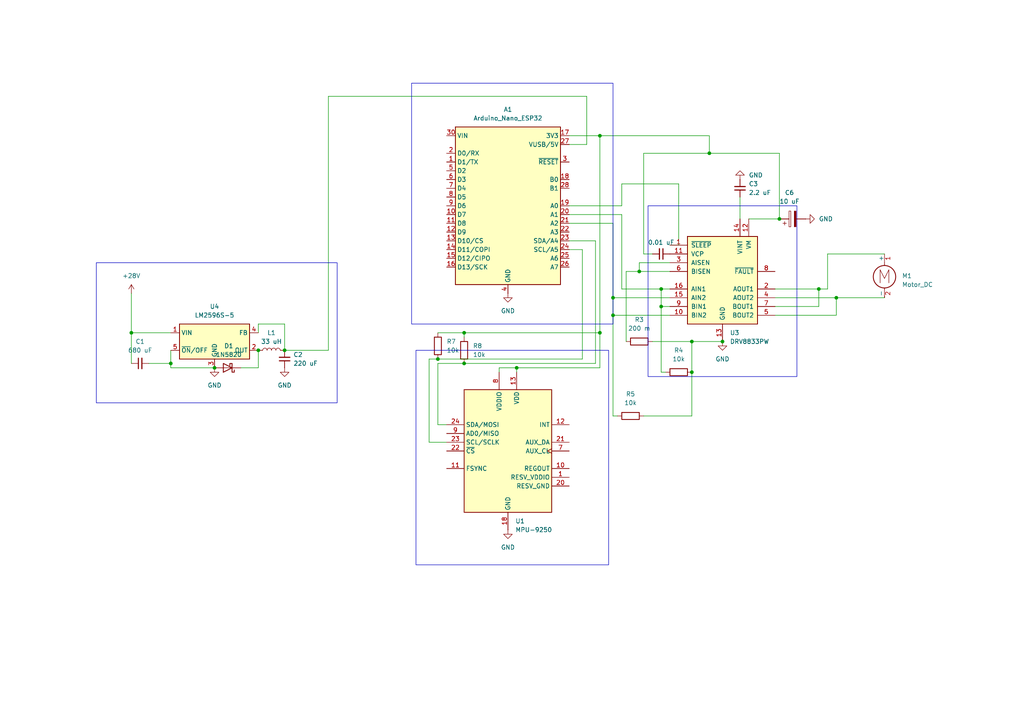
<source format=kicad_sch>
(kicad_sch (version 20250114) (generator "eeschema") (generator_version "9.0")
  (paper "A4")
  (lib_symbols
    (symbol "Device:C_Polarized" (pin_numbers (hide yes)) (pin_names (offset 0.254))
      (property "Reference" "C" (at 0.635 2.54 0))
      (property "Value" "C_Polarized" (at 0.635 -2.54 0))
      (symbol "C_Polarized_0_1"
        (rectangle (start -2.286 0.508) (end 2.286 1.016))
        (polyline (pts (xy -1.778 2.286) (xy -0.762 2.286)))
        (polyline (pts (xy -1.27 2.794) (xy -1.27 1.778)))
        (rectangle (start 2.286 -0.508) (end -2.286 -1.016) (fill (type outline)))
      )
      (symbol "C_Polarized_1_1"
        (pin passive line (at 0 3.81 270) (length 2.794) (name "~") (number "1"))
        (pin passive line (at 0 -3.81 90) (length 2.794) (name "~") (number "2"))
      )
    )
    (symbol "Device:C_Small" (pin_numbers (hide yes)) (pin_names (offset 0.254) (hide yes))
      (property "Reference" "C" (at 0.254 1.778 0))
      (property "Value" "C_Small" (at 0.254 -2.032 0))
      (symbol "C_Small_0_1"
        (polyline (pts (xy -1.524 0.508) (xy 1.524 0.508)) (stroke (width 0.3048)))
        (polyline (pts (xy -1.524 -0.508) (xy 1.524 -0.508)) (stroke (width 0.3302)))
      )
      (symbol "C_Small_1_1"
        (pin passive line (at 0 2.54 270) (length 2.032) (name "~") (number "1"))
        (pin passive line (at 0 -2.54 90) (length 2.032) (name "~") (number "2"))
      )
    )
    (symbol "Device:L" (pin_numbers (hide yes)) (pin_names (offset 1.016) (hide yes))
      (property "Reference" "L" (at -1.27 0 90))
      (property "Value" "L" (at 1.905 0 90))
      (symbol "L_0_1"
        (arc (start 0 2.54) (mid 0.6323 1.905) (end 0 1.27))
        (arc (start 0 1.27) (mid 0.6323 0.635) (end 0 0))
        (arc (start 0 0) (mid 0.6323 -0.635) (end 0 -1.27))
        (arc (start 0 -1.27) (mid 0.6323 -1.905) (end 0 -2.54))
      )
      (symbol "L_1_1"
        (pin passive line (at 0 3.81 270) (length 1.27) (name "1") (number "1"))
        (pin passive line (at 0 -3.81 90) (length 1.27) (name "2") (number "2"))
      )
    )
    (symbol "Device:R" (pin_numbers (hide yes)) (pin_names (offset 0))
      (property "Reference" "R" (at 2.032 0 90))
      (property "Value" "R" (at 0 0 90))
      (symbol "R_0_1"
        (rectangle (start -1.016 -2.54) (end 1.016 2.54) (stroke (width 0.254)))
      )
      (symbol "R_1_1"
        (pin passive line (at 0 3.81 270) (length 1.27) (name "~") (number "1"))
        (pin passive line (at 0 -3.81 90) (length 1.27) (name "~") (number "2"))
      )
    )
    (symbol "Diode:1N5820" (pin_numbers (hide yes)) (pin_names (offset 1.016) (hide yes))
      (property "Reference" "D" (at 0 2.54 0))
      (property "Value" "1N5820" (at 0 -2.54 0))
      (symbol "1N5820_0_1"
        (polyline (pts (xy -1.905 0.635) (xy -1.905 1.27) (xy -1.27 1.27) (xy -1.27 -1.27) (xy -0.635 -1.27) (xy -0.635 -0.635)) (stroke (width 0.254)))
        (polyline (pts (xy 1.27 1.27) (xy 1.27 -1.27) (xy -1.27 0) (xy 1.27 1.27)) (stroke (width 0.254)))
        (polyline (pts (xy 1.27 0) (xy -1.27 0)))
      )
      (symbol "1N5820_1_1"
        (pin passive line (at -3.81 0 0) (length 2.54) (name "K") (number "1"))
        (pin passive line (at 3.81 0 180) (length 2.54) (name "A") (number "2"))
      )
    )
    (symbol "Driver_Motor:DRV8833PW" (pin_names (offset 1.016))
      (property "Reference" "U" (at -3.81 16.51 0))
      (property "Value" "DRV8833PW" (at -3.81 13.97 0))
      (symbol "DRV8833PW_0_1"
        (rectangle (start -10.16 12.7) (end 10.16 -12.7) (stroke (width 0.254)) (fill (type background)))
      )
      (symbol "DRV8833PW_1_1"
        (pin input line (at -15.24 10.16 0) (length 5.08) (name "~{SLEEP}") (number "1"))
        (pin bidirectional line (at -15.24 7.62 0) (length 5.08) (name "VCP") (number "11"))
        (pin bidirectional line (at -15.24 5.08 0) (length 5.08) (name "AISEN") (number "3"))
        (pin bidirectional line (at -15.24 2.54 0) (length 5.08) (name "BISEN") (number "6"))
        (pin input line (at -15.24 -2.54 0) (length 5.08) (name "AIN1") (number "16"))
        (pin input line (at -15.24 -5.08 0) (length 5.08) (name "AIN2") (number "15"))
        (pin input line (at -15.24 -7.62 0) (length 5.08) (name "BIN1") (number "9"))
        (pin input line (at -15.24 -10.16 0) (length 5.08) (name "BIN2") (number "10"))
        (pin power_in line (at 0 -17.78 90) (length 5.08) (name "GND") (number "13"))
        (pin power_in line (at 5.08 17.78 270) (length 5.08) (name "VINT") (number "14"))
        (pin power_in line (at 7.62 17.78 270) (length 5.08) (name "VM") (number "12"))
        (pin open_collector line (at 15.24 2.54 180) (length 5.08) (name "~{FAULT}") (number "8"))
        (pin power_out line (at 15.24 -2.54 180) (length 5.08) (name "AOUT1") (number "2"))
        (pin power_out line (at 15.24 -5.08 180) (length 5.08) (name "AOUT2") (number "4"))
        (pin power_out line (at 15.24 -7.62 180) (length 5.08) (name "BOUT1") (number "7"))
        (pin power_out line (at 15.24 -10.16 180) (length 5.08) (name "BOUT2") (number "5"))
      )
    )
    (symbol "MCU_Module:Arduino_Nano_ESP32"
      (property "Reference" "A" (at -14.986 23.622 0))
      (property "Value" "Arduino_Nano_ESP32" (at 3.81 -25.654 0))
      (symbol "Arduino_Nano_ESP32_0_1"
        (rectangle (start -15.24 22.86) (end 15.24 -22.86) (stroke (width 0.254)) (fill (type background)))
      )
      (symbol "Arduino_Nano_ESP32_1_1"
        (pin power_in line (at -17.78 20.32 0) (length 2.54) (name "VIN") (number "30"))
        (pin bidirectional line (at -17.78 15.24 0) (length 2.54) (name "D0/RX") (number "2"))
        (pin bidirectional line (at -17.78 12.7 0) (length 2.54) (name "D1/TX") (number "1"))
        (pin bidirectional line (at -17.78 10.16 0) (length 2.54) (name "D2") (number "5"))
        (pin bidirectional line (at -17.78 7.62 0) (length 2.54) (name "D3") (number "6"))
        (pin bidirectional line (at -17.78 5.08 0) (length 2.54) (name "D4") (number "7"))
        (pin bidirectional line (at -17.78 2.54 0) (length 2.54) (name "D5") (number "8"))
        (pin bidirectional line (at -17.78 0 0) (length 2.54) (name "D6") (number "9"))
        (pin bidirectional line (at -17.78 -2.54 0) (length 2.54) (name "D7") (number "10"))
        (pin bidirectional line (at -17.78 -5.08 0) (length 2.54) (name "D8") (number "11"))
        (pin bidirectional line (at -17.78 -7.62 0) (length 2.54) (name "D9") (number "12"))
        (pin bidirectional line (at -17.78 -10.16 0) (length 2.54) (name "D10/CS") (number "13"))
        (pin bidirectional line (at -17.78 -12.7 0) (length 2.54) (name "D11/COPI") (number "14"))
        (pin bidirectional line (at -17.78 -15.24 0) (length 2.54) (name "D12/CIPO") (number "15"))
        (pin bidirectional line (at -17.78 -17.78 0) (length 2.54) (name "D13/SCK") (number "16"))
        (pin passive line (at 0 -25.4 90) (length 2.54) (hide yes) (name "GND") (number "29"))
        (pin power_in line (at 0 -25.4 90) (length 2.54) (name "GND") (number "4"))
        (pin power_out line (at 17.78 20.32 180) (length 2.54) (name "3V3") (number "17"))
        (pin power_out line (at 17.78 17.78 180) (length 2.54) (name "VUSB/5V") (number "27"))
        (pin input line (at 17.78 12.7 180) (length 2.54) (name "~{RESET}") (number "3"))
        (pin bidirectional line (at 17.78 7.62 180) (length 2.54) (name "B0") (number "18"))
        (pin bidirectional line (at 17.78 5.08 180) (length 2.54) (name "B1") (number "28"))
        (pin bidirectional line (at 17.78 0 180) (length 2.54) (name "A0") (number "19"))
        (pin bidirectional line (at 17.78 -2.54 180) (length 2.54) (name "A1") (number "20"))
        (pin bidirectional line (at 17.78 -5.08 180) (length 2.54) (name "A2") (number "21"))
        (pin bidirectional line (at 17.78 -7.62 180) (length 2.54) (name "A3") (number "22"))
        (pin bidirectional line (at 17.78 -10.16 180) (length 2.54) (name "SDA/A4") (number "23"))
        (pin bidirectional line (at 17.78 -12.7 180) (length 2.54) (name "SCL/A5") (number "24"))
        (pin bidirectional line (at 17.78 -15.24 180) (length 2.54) (name "A6") (number "25"))
        (pin bidirectional line (at 17.78 -17.78 180) (length 2.54) (name "A7") (number "26"))
      )
    )
    (symbol "Motor:Motor_DC" (pin_names (offset 0))
      (property "Reference" "M" (at 2.54 2.54 0))
      (property "Value" "Motor_DC" (at 2.54 -5.08 0))
      (symbol "Motor_DC_0_0"
        (polyline (pts (xy -1.27 -3.302) (xy -1.27 0.508) (xy 0 -2.032) (xy 1.27 0.508) (xy 1.27 -3.302)))
      )
      (symbol "Motor_DC_0_1"
        (polyline (pts (xy 0 2.032) (xy 0 2.54)))
        (polyline (pts (xy 0 1.7272) (xy 0 2.0828)))
        (circle (center 0 -1.524) (radius 3.2512) (stroke (width 0.254)))
        (polyline (pts (xy 0 -4.7752) (xy 0 -5.1816)))
        (polyline (pts (xy 0 -7.62) (xy 0 -7.112)))
      )
      (symbol "Motor_DC_1_1"
        (pin passive line (at 0 5.08 270) (length 2.54) (name "+") (number "1"))
        (pin passive line (at 0 -7.62 90) (length 2.54) (name "-") (number "2"))
      )
    )
    (symbol "Regulator_Switching:LM2596S-5"
      (property "Reference" "U" (at -10.16 6.35 0))
      (property "Value" "LM2596S-5" (at 0 6.35 0))
      (symbol "LM2596S-5_0_1"
        (rectangle (start -10.16 5.08) (end 10.16 -5.08) (stroke (width 0.254)) (fill (type background)))
      )
      (symbol "LM2596S-5_1_1"
        (pin power_in line (at -12.7 2.54 0) (length 2.54) (name "VIN") (number "1"))
        (pin input line (at -12.7 -2.54 0) (length 2.54) (name "~{ON}/OFF") (number "5"))
        (pin power_in line (at 0 -7.62 90) (length 2.54) (name "GND") (number "3"))
        (pin input line (at 12.7 2.54 180) (length 2.54) (name "FB") (number "4"))
        (pin output line (at 12.7 -2.54 180) (length 2.54) (name "OUT") (number "2"))
      )
    )
    (symbol "Sensor_Motion:MPU-9250"
      (property "Reference" "U" (at -11.43 19.05 0))
      (property "Value" "MPU-9250" (at 7.62 -19.05 0))
      (symbol "MPU-9250_0_1"
        (rectangle (start -12.7 17.78) (end 12.7 -17.78) (stroke (width 0.254)) (fill (type background)))
      )
      (symbol "MPU-9250_1_1"
        (pin bidirectional line (at -17.78 7.62 0) (length 5.08) (name "SDA/MOSI") (number "24"))
        (pin bidirectional line (at -17.78 5.08 0) (length 5.08) (name "AD0/MISO") (number "9"))
        (pin input line (at -17.78 2.54 0) (length 5.08) (name "SCL/SCLK") (number "23"))
        (pin input line (at -17.78 0 0) (length 5.08) (name "~{CS}") (number "22"))
        (pin input line (at -17.78 -5.08 0) (length 5.08) (name "FSYNC") (number "11"))
        (pin power_in line (at -2.54 22.86 270) (length 5.08) (name "VDDIO") (number "8"))
        (pin power_in line (at 0 -22.86 90) (length 5.08) (name "GND") (number "18"))
        (pin power_in line (at 2.54 22.86 270) (length 5.08) (name "VDD") (number "13"))
        (pin output line (at 17.78 7.62 180) (length 5.08) (name "INT") (number "12"))
        (pin bidirectional line (at 17.78 2.54 180) (length 5.08) (name "AUX_DA") (number "21"))
        (pin output clock (at 17.78 0 180) (length 5.08) (name "AUX_CL") (number "7"))
        (pin passive line (at 17.78 -5.08 180) (length 5.08) (name "REGOUT") (number "10"))
        (pin input line (at 17.78 -7.62 180) (length 5.08) (name "RESV_VDDIO") (number "1"))
        (pin power_in line (at 17.78 -10.16 180) (length 5.08) (name "RESV_GND") (number "20"))
      )
    )
    (symbol "power:+28V" (power) (pin_numbers (hide yes)) (pin_names (offset 0) (hide yes))
      (property "Value" "+28V" (at 0 3.556 0))
      (symbol "+28V_0_1"
        (polyline (pts (xy -0.762 1.27) (xy 0 2.54)))
        (polyline (pts (xy 0 2.54) (xy 0.762 1.27)))
        (polyline (pts (xy 0 0) (xy 0 2.54)))
      )
      (symbol "+28V_1_1"
        (pin power_in line (at 0 0 90) (length 0) (name "~") (number "1"))
      )
    )
    (symbol "power:GND" (power) (pin_numbers (hide yes)) (pin_names (offset 0) (hide yes))
      (property "Value" "GND" (at 0 -3.81 0))
      (symbol "GND_0_1"
        (polyline (pts (xy 0 0) (xy 0 -1.27) (xy 1.27 -1.27) (xy 0 -2.54) (xy -1.27 -1.27) (xy 0 -1.27)))
      )
      (symbol "GND_1_1"
        (pin power_in line (at 0 0 270) (length 0) (name "~") (number "1"))
      )
    )
  )
  (rectangle (start 27.94 76.2) (end 97.79 116.84))
  (rectangle (start 119.38 24.13) (end 177.8 93.98))
  (rectangle (start 120.65 101.6) (end 176.53 163.83))
  (rectangle (start 187.96 59.69) (end 231.14 109.22))
  (junction (at 209.55 99.06))
  (junction (at 177.8 86.36))
  (junction (at 49.53 105.41))
  (junction (at 200.66 107.95))
  (junction (at 191.77 83.82))
  (junction (at 82.55 101.6))
  (junction (at 134.62 105.41))
  (junction (at 200.66 99.06))
  (junction (at 74.93 101.6))
  (junction (at 242.57 86.36))
  (junction (at 127 104.14))
  (junction (at 38.1 96.52))
  (junction (at 177.8 91.44))
  (junction (at 149.86 106.68))
  (junction (at 205.74 44.45))
  (junction (at 191.77 88.9))
  (junction (at 185.42 78.74))
  (junction (at 226.06 63.5))
  (junction (at 134.62 96.52))
  (junction (at 237.49 83.82))
  (junction (at 62.23 106.68))
  (junction (at 173.99 96.52))
  (junction (at 173.99 39.37))
  (wire (pts (xy 180.34 62.23) (xy 180.34 83.82)))
  (wire (pts (xy 237.49 83.82) (xy 240.03 83.82)))
  (wire (pts (xy 38.1 85.09) (xy 38.1 96.52)))
  (wire (pts (xy 165.1 64.77) (xy 177.8 64.77)))
  (wire (pts (xy 181.61 99.06) (xy 181.61 78.74)))
  (wire (pts (xy 127 123.19) (xy 127 105.41)))
  (wire (pts (xy 186.69 44.45) (xy 186.69 73.66)))
  (wire (pts (xy 82.55 93.98) (xy 74.93 93.98)))
  (wire (pts (xy 191.77 83.82) (xy 191.77 88.9)))
  (wire (pts (xy 134.62 96.52) (xy 173.99 96.52)))
  (wire (pts (xy 170.18 41.91) (xy 165.1 41.91)))
  (wire (pts (xy 177.8 64.77) (xy 177.8 86.36)))
  (wire (pts (xy 173.99 39.37) (xy 205.74 39.37)))
  (wire (pts (xy 149.86 106.68) (xy 149.86 107.95)))
  (wire (pts (xy 124.46 104.14) (xy 127 104.14)))
  (wire (pts (xy 172.72 69.85) (xy 165.1 69.85)))
  (wire (pts (xy 127 104.14) (xy 168.91 104.14)))
  (wire (pts (xy 74.93 106.68) (xy 74.93 101.6)))
  (wire (pts (xy 129.54 128.27) (xy 124.46 128.27)))
  (wire (pts (xy 191.77 88.9) (xy 191.77 107.95)))
  (wire (pts (xy 177.8 86.36) (xy 177.8 91.44)))
  (wire (pts (xy 224.79 88.9) (xy 237.49 88.9)))
  (wire (pts (xy 134.62 96.52) (xy 134.62 97.79)))
  (wire (pts (xy 214.63 57.15) (xy 214.63 63.5)))
  (wire (pts (xy 144.78 107.95) (xy 144.78 106.68)))
  (wire (pts (xy 95.25 101.6) (xy 95.25 27.94)))
  (wire (pts (xy 177.8 91.44) (xy 177.8 120.65)))
  (wire (pts (xy 242.57 86.36) (xy 242.57 91.44)))
  (wire (pts (xy 240.03 73.66) (xy 256.54 73.66)))
  (wire (pts (xy 43.18 105.41) (xy 49.53 105.41)))
  (wire (pts (xy 196.85 53.34) (xy 196.85 71.12)))
  (wire (pts (xy 82.55 101.6) (xy 82.55 93.98)))
  (wire (pts (xy 205.74 39.37) (xy 205.74 44.45)))
  (wire (pts (xy 185.42 78.74) (xy 185.42 76.2)))
  (wire (pts (xy 240.03 83.82) (xy 240.03 73.66)))
  (wire (pts (xy 144.78 106.68) (xy 149.86 106.68)))
  (wire (pts (xy 180.34 53.34) (xy 180.34 59.69)))
  (wire (pts (xy 186.69 73.66) (xy 189.23 73.66)))
  (wire (pts (xy 200.66 99.06) (xy 200.66 107.95)))
  (wire (pts (xy 242.57 86.36) (xy 256.54 86.36)))
  (wire (pts (xy 168.91 72.39) (xy 165.1 72.39)))
  (wire (pts (xy 177.8 120.65) (xy 179.07 120.65)))
  (wire (pts (xy 173.99 96.52) (xy 173.99 106.68)))
  (wire (pts (xy 217.17 63.5) (xy 226.06 63.5)))
  (wire (pts (xy 168.91 104.14) (xy 168.91 72.39)))
  (wire (pts (xy 173.99 39.37) (xy 173.99 96.52)))
  (wire (pts (xy 185.42 76.2) (xy 194.31 76.2)))
  (wire (pts (xy 186.69 44.45) (xy 205.74 44.45)))
  (wire (pts (xy 189.23 99.06) (xy 200.66 99.06)))
  (wire (pts (xy 177.8 86.36) (xy 194.31 86.36)))
  (wire (pts (xy 38.1 96.52) (xy 38.1 105.41)))
  (wire (pts (xy 95.25 27.94) (xy 170.18 27.94)))
  (wire (pts (xy 177.8 91.44) (xy 194.31 91.44)))
  (wire (pts (xy 129.54 123.19) (xy 127 123.19)))
  (wire (pts (xy 242.57 91.44) (xy 224.79 91.44)))
  (wire (pts (xy 49.53 106.68) (xy 62.23 106.68)))
  (wire (pts (xy 95.25 101.6) (xy 82.55 101.6)))
  (wire (pts (xy 124.46 128.27) (xy 124.46 104.14)))
  (wire (pts (xy 134.62 105.41) (xy 172.72 105.41)))
  (wire (pts (xy 38.1 96.52) (xy 49.53 96.52)))
  (wire (pts (xy 69.85 106.68) (xy 74.93 106.68)))
  (wire (pts (xy 165.1 39.37) (xy 173.99 39.37)))
  (wire (pts (xy 196.85 71.12) (xy 194.31 71.12)))
  (wire (pts (xy 191.77 83.82) (xy 194.31 83.82)))
  (wire (pts (xy 191.77 107.95) (xy 193.04 107.95)))
  (wire (pts (xy 200.66 99.06) (xy 209.55 99.06)))
  (wire (pts (xy 173.99 106.68) (xy 149.86 106.68)))
  (wire (pts (xy 191.77 88.9) (xy 194.31 88.9)))
  (wire (pts (xy 49.53 101.6) (xy 49.53 105.41)))
  (wire (pts (xy 49.53 105.41) (xy 49.53 106.68)))
  (wire (pts (xy 200.66 107.95) (xy 200.66 120.65)))
  (wire (pts (xy 205.74 44.45) (xy 226.06 44.45)))
  (wire (pts (xy 226.06 63.5) (xy 226.06 44.45)))
  (wire (pts (xy 165.1 62.23) (xy 180.34 62.23)))
  (wire (pts (xy 170.18 27.94) (xy 170.18 41.91)))
  (wire (pts (xy 180.34 53.34) (xy 196.85 53.34)))
  (wire (pts (xy 180.34 59.69) (xy 165.1 59.69)))
  (wire (pts (xy 224.79 83.82) (xy 237.49 83.82)))
  (wire (pts (xy 181.61 78.74) (xy 185.42 78.74)))
  (wire (pts (xy 186.69 120.65) (xy 200.66 120.65)))
  (wire (pts (xy 180.34 83.82) (xy 191.77 83.82)))
  (wire (pts (xy 127 96.52) (xy 134.62 96.52)))
  (wire (pts (xy 237.49 88.9) (xy 237.49 83.82)))
  (wire (pts (xy 185.42 78.74) (xy 194.31 78.74)))
  (wire (pts (xy 224.79 86.36) (xy 242.57 86.36)))
  (wire (pts (xy 172.72 105.41) (xy 172.72 69.85)))
  (wire (pts (xy 127 105.41) (xy 134.62 105.41)))
  (wire (pts (xy 74.93 93.98) (xy 74.93 96.52)))
  (symbol (lib_id "power:GND") (at 209.55 99.06 0) (unit 1)
    (property "Reference" "#PWR04" (effects (hide yes)))
    (property "Value" "GND" (at 209.55 104.14 0))
    (property "Description" "Power symbol creates a global label with name \"GND\" , ground" (effects (hide yes)))
  )
  (symbol (lib_id "Device:C_Polarized") (at 229.87 63.5 90) (unit 1)
    (property "Reference" "C6" (at 228.981 55.88 90))
    (property "Value" "10 uF" (at 228.981 58.42 90))
    (property "Footprint" "Capacitor_SMD:CP_Elec_4x3" (effects (hide yes)))
    (property "Description" "Polarized capacitor" (effects (hide yes)))
  )
  (symbol (lib_id "Device:C_Small") (at 82.55 104.14 180) (unit 1)
    (property "Reference" "C2" (at 85.09 102.8635 0) (effects (justify right)))
    (property "Value" "220 uF" (at 85.09 105.4035 0) (effects (justify right)))
    (property "Footprint" "Capacitor_SMD:CP_Elec_4x3" (effects (hide yes)))
    (property "Description" "Unpolarized capacitor, small symbol" (effects (hide yes)))
  )
  (symbol (lib_id "Sensor_Motion:MPU-9250") (at 147.32 130.81 0) (unit 1)
    (property "Reference" "U1" (at 149.4633 151.13 0) (effects (justify left)))
    (property "Value" "MPU-9250" (at 149.4633 153.67 0) (effects (justify left)))
    (property "Footprint" "Sensor_Motion:InvenSense_QFN-24_3x3mm_P0.4mm" (effects (hide yes)))
    (property "Datasheet" "https://invensense.tdk.com/wp-content/uploads/2015/02/PS-MPU-9250A-01-v1.1.pdf" (effects (hide yes)))
    (property "Description" "InvenSense 9-Axis Motion Sensor, Accelerometer, Gyroscope, Compass, I2C/SPI" (effects (hide yes)))
  )
  (symbol (lib_id "power:GND") (at 147.32 85.09 0) (unit 1)
    (property "Reference" "#PWR03" (effects (hide yes)))
    (property "Value" "GND" (at 147.32 90.17 0))
    (property "Description" "Power symbol creates a global label with name \"GND\" , ground" (effects (hide yes)))
  )
  (symbol (lib_id "Motor:Motor_DC") (at 256.54 78.74 0) (unit 1)
    (property "Reference" "M1" (at 261.62 80.0099 0) (effects (justify left)))
    (property "Value" "Motor_DC" (at 261.62 82.5499 0) (effects (justify left)))
    (property "Footprint" "Motors:Vybronics_VZ30C1T8219732L" (effects (hide yes)))
    (property "Description" "DC Motor" (effects (hide yes)))
  )
  (symbol (lib_id "Device:R") (at 134.62 101.6 180) (unit 1)
    (property "Reference" "R8" (at 137.16 100.3299 0) (effects (justify right)))
    (property "Value" "10k" (at 137.16 102.8699 0) (effects (justify right)))
    (property "Footprint" "Resistor_SMD:R_0201_0603Metric" (effects (hide yes)))
    (property "Description" "Resistor" (effects (hide yes)))
  )
  (symbol (lib_id "power:GND") (at 82.55 106.68 0) (unit 1)
    (property "Reference" "#PWR012" (effects (hide yes)))
    (property "Value" "GND" (at 82.55 111.76 0))
    (property "Description" "Power symbol creates a global label with name \"GND\" , ground" (effects (hide yes)))
  )
  (symbol (lib_id "power:GND") (at 62.23 106.68 0) (unit 1)
    (property "Reference" "#PWR05" (effects (hide yes)))
    (property "Value" "GND" (at 62.23 111.76 0))
    (property "Description" "Power symbol creates a global label with name \"GND\" , ground" (effects (hide yes)))
  )
  (symbol (lib_id "Device:C_Small") (at 40.64 105.41 90) (unit 1)
    (property "Reference" "C1" (at 40.6463 99.06 90))
    (property "Value" "680 uF" (at 40.6463 101.6 90))
    (property "Footprint" "Capacitor_SMD:CP_Elec_4x3" (effects (hide yes)))
    (property "Description" "Unpolarized capacitor, small symbol" (effects (hide yes)))
  )
  (symbol (lib_id "Device:R") (at 196.85 107.95 90) (unit 1)
    (property "Reference" "R4" (at 196.85 101.6 90))
    (property "Value" "10k" (at 196.85 104.14 90))
    (property "Footprint" "Resistor_SMD:R_0201_0603Metric" (effects (hide yes)))
    (property "Description" "Resistor" (effects (hide yes)))
  )
  (symbol (lib_id "power:+28V") (at 38.1 85.09 0) (unit 1)
    (property "Reference" "#PWR07" (effects (hide yes)))
    (property "Value" "+28V" (at 38.1 80.01 0))
    (property "Description" "Power symbol creates a global label with name \"+28V\"" (effects (hide yes)))
  )
  (symbol (lib_id "Device:R") (at 127 100.33 0) (unit 1)
    (property "Reference" "R7" (at 129.54 99.0599 0) (effects (justify left)))
    (property "Value" "10k" (at 129.54 101.5999 0) (effects (justify left)))
    (property "Footprint" "Resistor_SMD:R_0201_0603Metric" (effects (hide yes)))
    (property "Description" "Resistor" (effects (hide yes)))
  )
  (symbol (lib_id "Device:C_Small") (at 214.63 54.61 180) (unit 1)
    (property "Reference" "C3" (at 217.17 53.3335 0) (effects (justify right)))
    (property "Value" "2.2 uF" (at 217.17 55.8735 0) (effects (justify right)))
    (property "Footprint" "Capacitor_SMD:CP_Elec_4x3" (effects (hide yes)))
    (property "Description" "Unpolarized capacitor, small symbol" (effects (hide yes)))
  )
  (symbol (lib_id "Diode:1N5820") (at 66.04 106.68 180) (unit 1)
    (property "Reference" "D1" (at 66.3575 100.33 0))
    (property "Value" "1N5820" (at 66.3575 102.87 0))
    (property "Footprint" "Diode_SMD:D_0201_0603Metric" (effects (hide yes)))
    (property "Datasheet" "http://www.vishay.com/docs/88526/1n5820.pdf" (effects (hide yes)))
    (property "Description" "20V 3A Schottky Barrier Rectifier Diode, DO-201AD" (effects (hide yes)))
  )
  (symbol (lib_id "Driver_Motor:DRV8833PW") (at 209.55 81.28 0) (unit 1)
    (property "Reference" "U3" (at 211.6933 96.52 0) (effects (justify left)))
    (property "Value" "DRV8833PW" (at 211.6933 99.06 0) (effects (justify left)))
    (property "Footprint" "Package_SO:TSSOP-16_4.4x5mm_P0.65mm" (effects (hide yes)))
    (property "Datasheet" "http://www.ti.com/lit/ds/symlink/drv8833.pdf" (effects (hide yes)))
    (property "Description" "Dual H-Bridge Motor Driver, TSSOP-16" (effects (hide yes)))
  )
  (symbol (lib_id "Device:L") (at 78.74 101.6 90) (unit 1)
    (property "Reference" "L1" (at 78.74 96.52 90))
    (property "Value" "33 uH" (at 78.74 99.06 90))
    (property "Footprint" "Inductor_SMD_Wurth:L_Wurth_WE-LQSH-2010" (effects (hide yes)))
    (property "Description" "Inductor" (effects (hide yes)))
  )
  (symbol (lib_id "power:GND") (at 233.68 63.5 90) (unit 1)
    (property "Reference" "#PWR08" (effects (hide yes)))
    (property "Value" "GND" (at 237.49 63.4999 90) (effects (justify right)))
    (property "Description" "Power symbol creates a global label with name \"GND\" , ground" (effects (hide yes)))
  )
  (symbol (lib_id "Regulator_Switching:LM2596S-5") (at 62.23 99.06 0) (unit 1)
    (property "Reference" "U4" (at 62.23 88.9 0))
    (property "Value" "LM2596S-5" (at 62.23 91.44 0))
    (property "Footprint" "Package_TO_SOT_SMD:TO-263-5_TabPin3" (effects (hide yes)))
    (property "Datasheet" "http://www.ti.com/lit/ds/symlink/lm2596.pdf" (effects (hide yes)))
    (property "Description" "5V 3A Step-Down Voltage Regulator, TO-263" (effects (hide yes)))
  )
  (symbol (lib_id "MCU_Module:Arduino_Nano_ESP32") (at 147.32 59.69 0) (unit 1)
    (property "Reference" "A1" (at 147.32 31.75 0))
    (property "Value" "Arduino_Nano_ESP32" (at 147.32 34.29 0))
    (property "Footprint" "Module:Arduino_Nano" (effects (hide yes)))
    (property "Datasheet" "https://docs.arduino.cc/resources/datasheets/ABX00083-datasheet.pdf" (effects (hide yes)))
    (property "Description" "Arduino Nano board based on the ESP32-S3 with a dual-core 240 MHz processor, 384 kB ROM, 512 kB SRAM. Operates at 3.3V, with 5V USB-C® input and 6-21V VIN. Features Wi-Fi®, Bluetooth® LE, digital and analog pins, and supports SPI, I2C, UART, I2S, and CAN." (effects (hide yes)))
  )
  (symbol (lib_id "Device:R") (at 182.88 120.65 90) (unit 1)
    (property "Reference" "R5" (at 182.88 114.3 90))
    (property "Value" "10k" (at 182.88 116.84 90))
    (property "Footprint" "Resistor_SMD:R_0201_0603Metric" (effects (hide yes)))
    (property "Description" "Resistor" (effects (hide yes)))
  )
  (symbol (lib_id "Device:R") (at 185.42 99.06 90) (unit 1)
    (property "Reference" "R3" (at 185.42 92.71 90))
    (property "Value" "200 m" (at 185.42 95.25 90))
    (property "Footprint" "Resistor_SMD:R_0201_0603Metric" (effects (hide yes)))
    (property "Description" "Resistor" (effects (hide yes)))
  )
  (symbol (lib_id "power:GND") (at 147.32 153.67 0) (unit 1)
    (property "Reference" "#PWR02" (effects (hide yes)))
    (property "Value" "GND" (at 147.32 158.75 0))
    (property "Description" "Power symbol creates a global label with name \"GND\" , ground" (effects (hide yes)))
  )
  (symbol (lib_id "power:GND") (at 214.63 52.07 180) (unit 1)
    (property "Reference" "#PWR06" (effects (hide yes)))
    (property "Value" "GND" (at 217.17 50.7999 0) (effects (justify right)))
    (property "Description" "Power symbol creates a global label with name \"GND\" , ground" (effects (hide yes)))
  )
  (symbol (lib_id "Device:C_Small") (at 191.77 73.66 270) (unit 1)
    (property "Reference" "C5" (effects (hide yes)))
    (property "Value" "0.01 uF" (at 191.7636 70.3148 90))
    (property "Footprint" "Capacitor_SMD:CP_Elec_4x3" (effects (hide yes)))
    (property "Description" "Unpolarized capacitor, small symbol" (effects (hide yes)))
  )
)
</source>
